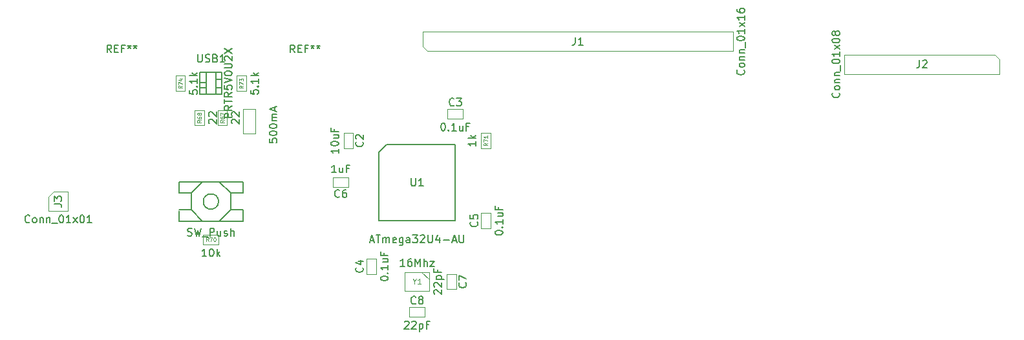
<source format=gbr>
G04 #@! TF.GenerationSoftware,KiCad,Pcbnew,(5.0.2)-1*
G04 #@! TF.CreationDate,2019-03-13T03:35:54-07:00*
G04 #@! TF.ProjectId,ssk-controller,73736b2d-636f-46e7-9472-6f6c6c65722e,rev?*
G04 #@! TF.SameCoordinates,Original*
G04 #@! TF.FileFunction,Other,Fab,Top*
%FSLAX46Y46*%
G04 Gerber Fmt 4.6, Leading zero omitted, Abs format (unit mm)*
G04 Created by KiCad (PCBNEW (5.0.2)-1) date 3/13/2019 3:35:54 AM*
%MOMM*%
%LPD*%
G01*
G04 APERTURE LIST*
%ADD10C,0.100000*%
%ADD11C,0.150000*%
%ADD12C,0.075000*%
%ADD13C,0.105000*%
G04 APERTURE END LIST*
D10*
G04 #@! TO.C,F1*
X119200000Y-66100000D02*
X119200000Y-62900000D01*
X119200000Y-62900000D02*
X120800000Y-62900000D01*
X120800000Y-62900000D02*
X120800000Y-66100000D01*
X120800000Y-66100000D02*
X119200000Y-66100000D01*
G04 #@! TO.C,J1*
X143365000Y-55270000D02*
X142730000Y-54635000D01*
X183370000Y-55270000D02*
X143365000Y-55270000D01*
X183370000Y-52730000D02*
X183370000Y-55270000D01*
X142730000Y-52730000D02*
X183370000Y-52730000D01*
X142730000Y-54635000D02*
X142730000Y-52730000D01*
G04 #@! TO.C,J2*
X217635000Y-55730000D02*
X218270000Y-56365000D01*
X197950000Y-55730000D02*
X217635000Y-55730000D01*
X197950000Y-58270000D02*
X197950000Y-55730000D01*
X218270000Y-58270000D02*
X197950000Y-58270000D01*
X218270000Y-56365000D02*
X218270000Y-58270000D01*
G04 #@! TO.C,R67*
X117120000Y-65000000D02*
X115880000Y-65000000D01*
X117120000Y-63000000D02*
X117120000Y-65000000D01*
X115880000Y-63000000D02*
X117120000Y-63000000D01*
X115880000Y-65000000D02*
X115880000Y-63000000D01*
G04 #@! TO.C,R68*
X112880000Y-65000000D02*
X112880000Y-63000000D01*
X112880000Y-63000000D02*
X114120000Y-63000000D01*
X114120000Y-63000000D02*
X114120000Y-65000000D01*
X114120000Y-65000000D02*
X112880000Y-65000000D01*
G04 #@! TO.C,R70*
X114000000Y-79380000D02*
X116000000Y-79380000D01*
X116000000Y-79380000D02*
X116000000Y-80620000D01*
X116000000Y-80620000D02*
X114000000Y-80620000D01*
X114000000Y-80620000D02*
X114000000Y-79380000D01*
G04 #@! TO.C,R71*
X150380000Y-66000000D02*
X151620000Y-66000000D01*
X150380000Y-68000000D02*
X150380000Y-66000000D01*
X151620000Y-68000000D02*
X150380000Y-68000000D01*
X151620000Y-66000000D02*
X151620000Y-68000000D01*
G04 #@! TO.C,R73*
X119620000Y-60500000D02*
X118380000Y-60500000D01*
X119620000Y-58500000D02*
X119620000Y-60500000D01*
X118380000Y-58500000D02*
X119620000Y-58500000D01*
X118380000Y-60500000D02*
X118380000Y-58500000D01*
G04 #@! TO.C,R74*
X110380000Y-60500000D02*
X110380000Y-58500000D01*
X110380000Y-58500000D02*
X111620000Y-58500000D01*
X111620000Y-58500000D02*
X111620000Y-60500000D01*
X111620000Y-60500000D02*
X110380000Y-60500000D01*
D11*
G04 #@! TO.C,SW1*
X117600000Y-73900000D02*
X116100000Y-72400000D01*
X112400000Y-73900000D02*
X113900000Y-72400000D01*
X112400000Y-76100000D02*
X113900000Y-77600000D01*
X117600000Y-76100000D02*
X116100000Y-77600000D01*
X116000000Y-75000000D02*
G75*
G03X116000000Y-75000000I-1000000J0D01*
G01*
X119200000Y-76100000D02*
X119200000Y-77600000D01*
X117600000Y-76100000D02*
X119200000Y-76100000D01*
X117600000Y-73900000D02*
X117600000Y-76100000D01*
X119200000Y-73900000D02*
X117600000Y-73900000D01*
X119200000Y-72400000D02*
X119200000Y-73900000D01*
X110800000Y-72400000D02*
X119200000Y-72400000D01*
X110800000Y-73900000D02*
X110800000Y-72400000D01*
X112400000Y-73900000D02*
X110800000Y-73900000D01*
X112400000Y-76100000D02*
X112400000Y-73900000D01*
X110800000Y-76100000D02*
X112400000Y-76100000D01*
X110800000Y-77600000D02*
X110800000Y-76200000D01*
X119200000Y-77600000D02*
X110800000Y-77600000D01*
G04 #@! TO.C,U2*
X116450000Y-60050000D02*
X115650000Y-60050000D01*
X115650000Y-58950000D02*
X116450000Y-58950000D01*
X113550000Y-60050000D02*
X114350000Y-60050000D01*
X114350000Y-59400000D02*
X113550000Y-59400000D01*
X114350000Y-60950000D02*
X114350000Y-58050000D01*
X115650000Y-58050000D02*
X115650000Y-60950000D01*
X113550000Y-58050000D02*
X116450000Y-58050000D01*
X113550000Y-60950000D02*
X113550000Y-58050000D01*
X116450000Y-60950000D02*
X113550000Y-60950000D01*
X116450000Y-58050000D02*
X116450000Y-60950000D01*
D10*
G04 #@! TO.C,Y1*
X143600000Y-85250000D02*
X142600000Y-84250000D01*
X140400000Y-86750000D02*
X143600000Y-86750000D01*
X140400000Y-84250000D02*
X140400000Y-86750000D01*
X143600000Y-84250000D02*
X140400000Y-84250000D01*
X143600000Y-86750000D02*
X143600000Y-84250000D01*
D11*
G04 #@! TO.C,U1*
X137000000Y-68500000D02*
X138000000Y-67500000D01*
X137000000Y-77500000D02*
X137000000Y-68500000D01*
X147000000Y-77500000D02*
X137000000Y-77500000D01*
X147000000Y-67500000D02*
X147000000Y-77500000D01*
X138000000Y-67500000D02*
X147000000Y-67500000D01*
D10*
G04 #@! TO.C,C2*
X133620000Y-66000000D02*
X133620000Y-68000000D01*
X133620000Y-68000000D02*
X132380000Y-68000000D01*
X132380000Y-68000000D02*
X132380000Y-66000000D01*
X132380000Y-66000000D02*
X133620000Y-66000000D01*
G04 #@! TO.C,C3*
X146000000Y-64120000D02*
X146000000Y-62880000D01*
X148000000Y-64120000D02*
X146000000Y-64120000D01*
X148000000Y-62880000D02*
X148000000Y-64120000D01*
X146000000Y-62880000D02*
X148000000Y-62880000D01*
G04 #@! TO.C,C4*
X135380000Y-84500000D02*
X135380000Y-82500000D01*
X135380000Y-82500000D02*
X136620000Y-82500000D01*
X136620000Y-82500000D02*
X136620000Y-84500000D01*
X136620000Y-84500000D02*
X135380000Y-84500000D01*
G04 #@! TO.C,C5*
X151620000Y-78500000D02*
X150380000Y-78500000D01*
X151620000Y-76500000D02*
X151620000Y-78500000D01*
X150380000Y-76500000D02*
X151620000Y-76500000D01*
X150380000Y-78500000D02*
X150380000Y-76500000D01*
G04 #@! TO.C,C6*
X133000000Y-73120000D02*
X131000000Y-73120000D01*
X131000000Y-73120000D02*
X131000000Y-71880000D01*
X131000000Y-71880000D02*
X133000000Y-71880000D01*
X133000000Y-71880000D02*
X133000000Y-73120000D01*
G04 #@! TO.C,C7*
X145880000Y-84500000D02*
X147120000Y-84500000D01*
X145880000Y-86500000D02*
X145880000Y-84500000D01*
X147120000Y-86500000D02*
X145880000Y-86500000D01*
X147120000Y-84500000D02*
X147120000Y-86500000D01*
G04 #@! TO.C,C8*
X141000000Y-88880000D02*
X143000000Y-88880000D01*
X143000000Y-88880000D02*
X143000000Y-90120000D01*
X143000000Y-90120000D02*
X141000000Y-90120000D01*
X141000000Y-90120000D02*
X141000000Y-88880000D01*
G04 #@! TO.C,J3*
X93730000Y-74365000D02*
X94365000Y-73730000D01*
X93730000Y-76270000D02*
X93730000Y-74365000D01*
X96270000Y-76270000D02*
X93730000Y-76270000D01*
X96270000Y-73730000D02*
X96270000Y-76270000D01*
X94365000Y-73730000D02*
X96270000Y-73730000D01*
G04 #@! TD*
G04 #@! TO.C,F1*
D11*
X122652380Y-66759523D02*
X122652380Y-67235714D01*
X123128571Y-67283333D01*
X123080952Y-67235714D01*
X123033333Y-67140476D01*
X123033333Y-66902380D01*
X123080952Y-66807142D01*
X123128571Y-66759523D01*
X123223809Y-66711904D01*
X123461904Y-66711904D01*
X123557142Y-66759523D01*
X123604761Y-66807142D01*
X123652380Y-66902380D01*
X123652380Y-67140476D01*
X123604761Y-67235714D01*
X123557142Y-67283333D01*
X122652380Y-66092857D02*
X122652380Y-65997619D01*
X122700000Y-65902380D01*
X122747619Y-65854761D01*
X122842857Y-65807142D01*
X123033333Y-65759523D01*
X123271428Y-65759523D01*
X123461904Y-65807142D01*
X123557142Y-65854761D01*
X123604761Y-65902380D01*
X123652380Y-65997619D01*
X123652380Y-66092857D01*
X123604761Y-66188095D01*
X123557142Y-66235714D01*
X123461904Y-66283333D01*
X123271428Y-66330952D01*
X123033333Y-66330952D01*
X122842857Y-66283333D01*
X122747619Y-66235714D01*
X122700000Y-66188095D01*
X122652380Y-66092857D01*
X122652380Y-65140476D02*
X122652380Y-65045238D01*
X122700000Y-64950000D01*
X122747619Y-64902380D01*
X122842857Y-64854761D01*
X123033333Y-64807142D01*
X123271428Y-64807142D01*
X123461904Y-64854761D01*
X123557142Y-64902380D01*
X123604761Y-64950000D01*
X123652380Y-65045238D01*
X123652380Y-65140476D01*
X123604761Y-65235714D01*
X123557142Y-65283333D01*
X123461904Y-65330952D01*
X123271428Y-65378571D01*
X123033333Y-65378571D01*
X122842857Y-65330952D01*
X122747619Y-65283333D01*
X122700000Y-65235714D01*
X122652380Y-65140476D01*
X123652380Y-64378571D02*
X122985714Y-64378571D01*
X123080952Y-64378571D02*
X123033333Y-64330952D01*
X122985714Y-64235714D01*
X122985714Y-64092857D01*
X123033333Y-63997619D01*
X123128571Y-63950000D01*
X123652380Y-63950000D01*
X123128571Y-63950000D02*
X123033333Y-63902380D01*
X122985714Y-63807142D01*
X122985714Y-63664285D01*
X123033333Y-63569047D01*
X123128571Y-63521428D01*
X123652380Y-63521428D01*
X123366666Y-63092857D02*
X123366666Y-62616666D01*
X123652380Y-63188095D02*
X122652380Y-62854761D01*
X123652380Y-62521428D01*
G04 #@! TO.C,J1*
X184787142Y-57738095D02*
X184834761Y-57785714D01*
X184882380Y-57928571D01*
X184882380Y-58023809D01*
X184834761Y-58166666D01*
X184739523Y-58261904D01*
X184644285Y-58309523D01*
X184453809Y-58357142D01*
X184310952Y-58357142D01*
X184120476Y-58309523D01*
X184025238Y-58261904D01*
X183930000Y-58166666D01*
X183882380Y-58023809D01*
X183882380Y-57928571D01*
X183930000Y-57785714D01*
X183977619Y-57738095D01*
X184882380Y-57166666D02*
X184834761Y-57261904D01*
X184787142Y-57309523D01*
X184691904Y-57357142D01*
X184406190Y-57357142D01*
X184310952Y-57309523D01*
X184263333Y-57261904D01*
X184215714Y-57166666D01*
X184215714Y-57023809D01*
X184263333Y-56928571D01*
X184310952Y-56880952D01*
X184406190Y-56833333D01*
X184691904Y-56833333D01*
X184787142Y-56880952D01*
X184834761Y-56928571D01*
X184882380Y-57023809D01*
X184882380Y-57166666D01*
X184215714Y-56404761D02*
X184882380Y-56404761D01*
X184310952Y-56404761D02*
X184263333Y-56357142D01*
X184215714Y-56261904D01*
X184215714Y-56119047D01*
X184263333Y-56023809D01*
X184358571Y-55976190D01*
X184882380Y-55976190D01*
X184215714Y-55500000D02*
X184882380Y-55500000D01*
X184310952Y-55500000D02*
X184263333Y-55452380D01*
X184215714Y-55357142D01*
X184215714Y-55214285D01*
X184263333Y-55119047D01*
X184358571Y-55071428D01*
X184882380Y-55071428D01*
X184977619Y-54833333D02*
X184977619Y-54071428D01*
X183882380Y-53642857D02*
X183882380Y-53547619D01*
X183930000Y-53452380D01*
X183977619Y-53404761D01*
X184072857Y-53357142D01*
X184263333Y-53309523D01*
X184501428Y-53309523D01*
X184691904Y-53357142D01*
X184787142Y-53404761D01*
X184834761Y-53452380D01*
X184882380Y-53547619D01*
X184882380Y-53642857D01*
X184834761Y-53738095D01*
X184787142Y-53785714D01*
X184691904Y-53833333D01*
X184501428Y-53880952D01*
X184263333Y-53880952D01*
X184072857Y-53833333D01*
X183977619Y-53785714D01*
X183930000Y-53738095D01*
X183882380Y-53642857D01*
X184882380Y-52357142D02*
X184882380Y-52928571D01*
X184882380Y-52642857D02*
X183882380Y-52642857D01*
X184025238Y-52738095D01*
X184120476Y-52833333D01*
X184168095Y-52928571D01*
X184882380Y-52023809D02*
X184215714Y-51500000D01*
X184215714Y-52023809D02*
X184882380Y-51500000D01*
X184882380Y-50595238D02*
X184882380Y-51166666D01*
X184882380Y-50880952D02*
X183882380Y-50880952D01*
X184025238Y-50976190D01*
X184120476Y-51071428D01*
X184168095Y-51166666D01*
X183882380Y-49738095D02*
X183882380Y-49928571D01*
X183930000Y-50023809D01*
X183977619Y-50071428D01*
X184120476Y-50166666D01*
X184310952Y-50214285D01*
X184691904Y-50214285D01*
X184787142Y-50166666D01*
X184834761Y-50119047D01*
X184882380Y-50023809D01*
X184882380Y-49833333D01*
X184834761Y-49738095D01*
X184787142Y-49690476D01*
X184691904Y-49642857D01*
X184453809Y-49642857D01*
X184358571Y-49690476D01*
X184310952Y-49738095D01*
X184263333Y-49833333D01*
X184263333Y-50023809D01*
X184310952Y-50119047D01*
X184358571Y-50166666D01*
X184453809Y-50214285D01*
X162716666Y-53452380D02*
X162716666Y-54166666D01*
X162669047Y-54309523D01*
X162573809Y-54404761D01*
X162430952Y-54452380D01*
X162335714Y-54452380D01*
X163716666Y-54452380D02*
X163145238Y-54452380D01*
X163430952Y-54452380D02*
X163430952Y-53452380D01*
X163335714Y-53595238D01*
X163240476Y-53690476D01*
X163145238Y-53738095D01*
G04 #@! TO.C,J2*
X197247142Y-60738095D02*
X197294761Y-60785714D01*
X197342380Y-60928571D01*
X197342380Y-61023809D01*
X197294761Y-61166666D01*
X197199523Y-61261904D01*
X197104285Y-61309523D01*
X196913809Y-61357142D01*
X196770952Y-61357142D01*
X196580476Y-61309523D01*
X196485238Y-61261904D01*
X196390000Y-61166666D01*
X196342380Y-61023809D01*
X196342380Y-60928571D01*
X196390000Y-60785714D01*
X196437619Y-60738095D01*
X197342380Y-60166666D02*
X197294761Y-60261904D01*
X197247142Y-60309523D01*
X197151904Y-60357142D01*
X196866190Y-60357142D01*
X196770952Y-60309523D01*
X196723333Y-60261904D01*
X196675714Y-60166666D01*
X196675714Y-60023809D01*
X196723333Y-59928571D01*
X196770952Y-59880952D01*
X196866190Y-59833333D01*
X197151904Y-59833333D01*
X197247142Y-59880952D01*
X197294761Y-59928571D01*
X197342380Y-60023809D01*
X197342380Y-60166666D01*
X196675714Y-59404761D02*
X197342380Y-59404761D01*
X196770952Y-59404761D02*
X196723333Y-59357142D01*
X196675714Y-59261904D01*
X196675714Y-59119047D01*
X196723333Y-59023809D01*
X196818571Y-58976190D01*
X197342380Y-58976190D01*
X196675714Y-58500000D02*
X197342380Y-58500000D01*
X196770952Y-58500000D02*
X196723333Y-58452380D01*
X196675714Y-58357142D01*
X196675714Y-58214285D01*
X196723333Y-58119047D01*
X196818571Y-58071428D01*
X197342380Y-58071428D01*
X197437619Y-57833333D02*
X197437619Y-57071428D01*
X196342380Y-56642857D02*
X196342380Y-56547619D01*
X196390000Y-56452380D01*
X196437619Y-56404761D01*
X196532857Y-56357142D01*
X196723333Y-56309523D01*
X196961428Y-56309523D01*
X197151904Y-56357142D01*
X197247142Y-56404761D01*
X197294761Y-56452380D01*
X197342380Y-56547619D01*
X197342380Y-56642857D01*
X197294761Y-56738095D01*
X197247142Y-56785714D01*
X197151904Y-56833333D01*
X196961428Y-56880952D01*
X196723333Y-56880952D01*
X196532857Y-56833333D01*
X196437619Y-56785714D01*
X196390000Y-56738095D01*
X196342380Y-56642857D01*
X197342380Y-55357142D02*
X197342380Y-55928571D01*
X197342380Y-55642857D02*
X196342380Y-55642857D01*
X196485238Y-55738095D01*
X196580476Y-55833333D01*
X196628095Y-55928571D01*
X197342380Y-55023809D02*
X196675714Y-54500000D01*
X196675714Y-55023809D02*
X197342380Y-54500000D01*
X196342380Y-53928571D02*
X196342380Y-53833333D01*
X196390000Y-53738095D01*
X196437619Y-53690476D01*
X196532857Y-53642857D01*
X196723333Y-53595238D01*
X196961428Y-53595238D01*
X197151904Y-53642857D01*
X197247142Y-53690476D01*
X197294761Y-53738095D01*
X197342380Y-53833333D01*
X197342380Y-53928571D01*
X197294761Y-54023809D01*
X197247142Y-54071428D01*
X197151904Y-54119047D01*
X196961428Y-54166666D01*
X196723333Y-54166666D01*
X196532857Y-54119047D01*
X196437619Y-54071428D01*
X196390000Y-54023809D01*
X196342380Y-53928571D01*
X196770952Y-53023809D02*
X196723333Y-53119047D01*
X196675714Y-53166666D01*
X196580476Y-53214285D01*
X196532857Y-53214285D01*
X196437619Y-53166666D01*
X196390000Y-53119047D01*
X196342380Y-53023809D01*
X196342380Y-52833333D01*
X196390000Y-52738095D01*
X196437619Y-52690476D01*
X196532857Y-52642857D01*
X196580476Y-52642857D01*
X196675714Y-52690476D01*
X196723333Y-52738095D01*
X196770952Y-52833333D01*
X196770952Y-53023809D01*
X196818571Y-53119047D01*
X196866190Y-53166666D01*
X196961428Y-53214285D01*
X197151904Y-53214285D01*
X197247142Y-53166666D01*
X197294761Y-53119047D01*
X197342380Y-53023809D01*
X197342380Y-52833333D01*
X197294761Y-52738095D01*
X197247142Y-52690476D01*
X197151904Y-52642857D01*
X196961428Y-52642857D01*
X196866190Y-52690476D01*
X196818571Y-52738095D01*
X196770952Y-52833333D01*
X207776666Y-56452380D02*
X207776666Y-57166666D01*
X207729047Y-57309523D01*
X207633809Y-57404761D01*
X207490952Y-57452380D01*
X207395714Y-57452380D01*
X208205238Y-56547619D02*
X208252857Y-56500000D01*
X208348095Y-56452380D01*
X208586190Y-56452380D01*
X208681428Y-56500000D01*
X208729047Y-56547619D01*
X208776666Y-56642857D01*
X208776666Y-56738095D01*
X208729047Y-56880952D01*
X208157619Y-57452380D01*
X208776666Y-57452380D01*
G04 #@! TO.C,R67*
X117797619Y-64761904D02*
X117750000Y-64714285D01*
X117702380Y-64619047D01*
X117702380Y-64380952D01*
X117750000Y-64285714D01*
X117797619Y-64238095D01*
X117892857Y-64190476D01*
X117988095Y-64190476D01*
X118130952Y-64238095D01*
X118702380Y-64809523D01*
X118702380Y-64190476D01*
X117797619Y-63809523D02*
X117750000Y-63761904D01*
X117702380Y-63666666D01*
X117702380Y-63428571D01*
X117750000Y-63333333D01*
X117797619Y-63285714D01*
X117892857Y-63238095D01*
X117988095Y-63238095D01*
X118130952Y-63285714D01*
X118702380Y-63857142D01*
X118702380Y-63238095D01*
D12*
X116726190Y-64321428D02*
X116488095Y-64488095D01*
X116726190Y-64607142D02*
X116226190Y-64607142D01*
X116226190Y-64416666D01*
X116250000Y-64369047D01*
X116273809Y-64345238D01*
X116321428Y-64321428D01*
X116392857Y-64321428D01*
X116440476Y-64345238D01*
X116464285Y-64369047D01*
X116488095Y-64416666D01*
X116488095Y-64607142D01*
X116226190Y-63892857D02*
X116226190Y-63988095D01*
X116250000Y-64035714D01*
X116273809Y-64059523D01*
X116345238Y-64107142D01*
X116440476Y-64130952D01*
X116630952Y-64130952D01*
X116678571Y-64107142D01*
X116702380Y-64083333D01*
X116726190Y-64035714D01*
X116726190Y-63940476D01*
X116702380Y-63892857D01*
X116678571Y-63869047D01*
X116630952Y-63845238D01*
X116511904Y-63845238D01*
X116464285Y-63869047D01*
X116440476Y-63892857D01*
X116416666Y-63940476D01*
X116416666Y-64035714D01*
X116440476Y-64083333D01*
X116464285Y-64107142D01*
X116511904Y-64130952D01*
X116226190Y-63678571D02*
X116226190Y-63345238D01*
X116726190Y-63559523D01*
G04 #@! TO.C,R68*
D11*
X114797619Y-64761904D02*
X114750000Y-64714285D01*
X114702380Y-64619047D01*
X114702380Y-64380952D01*
X114750000Y-64285714D01*
X114797619Y-64238095D01*
X114892857Y-64190476D01*
X114988095Y-64190476D01*
X115130952Y-64238095D01*
X115702380Y-64809523D01*
X115702380Y-64190476D01*
X114797619Y-63809523D02*
X114750000Y-63761904D01*
X114702380Y-63666666D01*
X114702380Y-63428571D01*
X114750000Y-63333333D01*
X114797619Y-63285714D01*
X114892857Y-63238095D01*
X114988095Y-63238095D01*
X115130952Y-63285714D01*
X115702380Y-63857142D01*
X115702380Y-63238095D01*
D12*
X113726190Y-64321428D02*
X113488095Y-64488095D01*
X113726190Y-64607142D02*
X113226190Y-64607142D01*
X113226190Y-64416666D01*
X113250000Y-64369047D01*
X113273809Y-64345238D01*
X113321428Y-64321428D01*
X113392857Y-64321428D01*
X113440476Y-64345238D01*
X113464285Y-64369047D01*
X113488095Y-64416666D01*
X113488095Y-64607142D01*
X113226190Y-63892857D02*
X113226190Y-63988095D01*
X113250000Y-64035714D01*
X113273809Y-64059523D01*
X113345238Y-64107142D01*
X113440476Y-64130952D01*
X113630952Y-64130952D01*
X113678571Y-64107142D01*
X113702380Y-64083333D01*
X113726190Y-64035714D01*
X113726190Y-63940476D01*
X113702380Y-63892857D01*
X113678571Y-63869047D01*
X113630952Y-63845238D01*
X113511904Y-63845238D01*
X113464285Y-63869047D01*
X113440476Y-63892857D01*
X113416666Y-63940476D01*
X113416666Y-64035714D01*
X113440476Y-64083333D01*
X113464285Y-64107142D01*
X113511904Y-64130952D01*
X113440476Y-63559523D02*
X113416666Y-63607142D01*
X113392857Y-63630952D01*
X113345238Y-63654761D01*
X113321428Y-63654761D01*
X113273809Y-63630952D01*
X113250000Y-63607142D01*
X113226190Y-63559523D01*
X113226190Y-63464285D01*
X113250000Y-63416666D01*
X113273809Y-63392857D01*
X113321428Y-63369047D01*
X113345238Y-63369047D01*
X113392857Y-63392857D01*
X113416666Y-63416666D01*
X113440476Y-63464285D01*
X113440476Y-63559523D01*
X113464285Y-63607142D01*
X113488095Y-63630952D01*
X113535714Y-63654761D01*
X113630952Y-63654761D01*
X113678571Y-63630952D01*
X113702380Y-63607142D01*
X113726190Y-63559523D01*
X113726190Y-63464285D01*
X113702380Y-63416666D01*
X113678571Y-63392857D01*
X113630952Y-63369047D01*
X113535714Y-63369047D01*
X113488095Y-63392857D01*
X113464285Y-63416666D01*
X113440476Y-63464285D01*
G04 #@! TO.C,R70*
D11*
X114404761Y-82202380D02*
X113833333Y-82202380D01*
X114119047Y-82202380D02*
X114119047Y-81202380D01*
X114023809Y-81345238D01*
X113928571Y-81440476D01*
X113833333Y-81488095D01*
X115023809Y-81202380D02*
X115119047Y-81202380D01*
X115214285Y-81250000D01*
X115261904Y-81297619D01*
X115309523Y-81392857D01*
X115357142Y-81583333D01*
X115357142Y-81821428D01*
X115309523Y-82011904D01*
X115261904Y-82107142D01*
X115214285Y-82154761D01*
X115119047Y-82202380D01*
X115023809Y-82202380D01*
X114928571Y-82154761D01*
X114880952Y-82107142D01*
X114833333Y-82011904D01*
X114785714Y-81821428D01*
X114785714Y-81583333D01*
X114833333Y-81392857D01*
X114880952Y-81297619D01*
X114928571Y-81250000D01*
X115023809Y-81202380D01*
X115785714Y-82202380D02*
X115785714Y-81202380D01*
X115880952Y-81821428D02*
X116166666Y-82202380D01*
X116166666Y-81535714D02*
X115785714Y-81916666D01*
D12*
X114678571Y-80226190D02*
X114511904Y-79988095D01*
X114392857Y-80226190D02*
X114392857Y-79726190D01*
X114583333Y-79726190D01*
X114630952Y-79750000D01*
X114654761Y-79773809D01*
X114678571Y-79821428D01*
X114678571Y-79892857D01*
X114654761Y-79940476D01*
X114630952Y-79964285D01*
X114583333Y-79988095D01*
X114392857Y-79988095D01*
X114845238Y-79726190D02*
X115178571Y-79726190D01*
X114964285Y-80226190D01*
X115464285Y-79726190D02*
X115511904Y-79726190D01*
X115559523Y-79750000D01*
X115583333Y-79773809D01*
X115607142Y-79821428D01*
X115630952Y-79916666D01*
X115630952Y-80035714D01*
X115607142Y-80130952D01*
X115583333Y-80178571D01*
X115559523Y-80202380D01*
X115511904Y-80226190D01*
X115464285Y-80226190D01*
X115416666Y-80202380D01*
X115392857Y-80178571D01*
X115369047Y-80130952D01*
X115345238Y-80035714D01*
X115345238Y-79916666D01*
X115369047Y-79821428D01*
X115392857Y-79773809D01*
X115416666Y-79750000D01*
X115464285Y-79726190D01*
G04 #@! TO.C,R71*
D11*
X149702380Y-67119047D02*
X149702380Y-67690476D01*
X149702380Y-67404761D02*
X148702380Y-67404761D01*
X148845238Y-67500000D01*
X148940476Y-67595238D01*
X148988095Y-67690476D01*
X149702380Y-66690476D02*
X148702380Y-66690476D01*
X149321428Y-66595238D02*
X149702380Y-66309523D01*
X149035714Y-66309523D02*
X149416666Y-66690476D01*
D12*
X151226190Y-67321428D02*
X150988095Y-67488095D01*
X151226190Y-67607142D02*
X150726190Y-67607142D01*
X150726190Y-67416666D01*
X150750000Y-67369047D01*
X150773809Y-67345238D01*
X150821428Y-67321428D01*
X150892857Y-67321428D01*
X150940476Y-67345238D01*
X150964285Y-67369047D01*
X150988095Y-67416666D01*
X150988095Y-67607142D01*
X150726190Y-67154761D02*
X150726190Y-66821428D01*
X151226190Y-67035714D01*
X151226190Y-66369047D02*
X151226190Y-66654761D01*
X151226190Y-66511904D02*
X150726190Y-66511904D01*
X150797619Y-66559523D01*
X150845238Y-66607142D01*
X150869047Y-66654761D01*
G04 #@! TO.C,R73*
D11*
X120202380Y-60380952D02*
X120202380Y-60857142D01*
X120678571Y-60904761D01*
X120630952Y-60857142D01*
X120583333Y-60761904D01*
X120583333Y-60523809D01*
X120630952Y-60428571D01*
X120678571Y-60380952D01*
X120773809Y-60333333D01*
X121011904Y-60333333D01*
X121107142Y-60380952D01*
X121154761Y-60428571D01*
X121202380Y-60523809D01*
X121202380Y-60761904D01*
X121154761Y-60857142D01*
X121107142Y-60904761D01*
X121107142Y-59904761D02*
X121154761Y-59857142D01*
X121202380Y-59904761D01*
X121154761Y-59952380D01*
X121107142Y-59904761D01*
X121202380Y-59904761D01*
X121202380Y-58904761D02*
X121202380Y-59476190D01*
X121202380Y-59190476D02*
X120202380Y-59190476D01*
X120345238Y-59285714D01*
X120440476Y-59380952D01*
X120488095Y-59476190D01*
X121202380Y-58476190D02*
X120202380Y-58476190D01*
X120821428Y-58380952D02*
X121202380Y-58095238D01*
X120535714Y-58095238D02*
X120916666Y-58476190D01*
D12*
X119226190Y-59821428D02*
X118988095Y-59988095D01*
X119226190Y-60107142D02*
X118726190Y-60107142D01*
X118726190Y-59916666D01*
X118750000Y-59869047D01*
X118773809Y-59845238D01*
X118821428Y-59821428D01*
X118892857Y-59821428D01*
X118940476Y-59845238D01*
X118964285Y-59869047D01*
X118988095Y-59916666D01*
X118988095Y-60107142D01*
X118726190Y-59654761D02*
X118726190Y-59321428D01*
X119226190Y-59535714D01*
X118726190Y-59178571D02*
X118726190Y-58869047D01*
X118916666Y-59035714D01*
X118916666Y-58964285D01*
X118940476Y-58916666D01*
X118964285Y-58892857D01*
X119011904Y-58869047D01*
X119130952Y-58869047D01*
X119178571Y-58892857D01*
X119202380Y-58916666D01*
X119226190Y-58964285D01*
X119226190Y-59107142D01*
X119202380Y-59154761D01*
X119178571Y-59178571D01*
G04 #@! TO.C,R74*
D11*
X112202380Y-60380952D02*
X112202380Y-60857142D01*
X112678571Y-60904761D01*
X112630952Y-60857142D01*
X112583333Y-60761904D01*
X112583333Y-60523809D01*
X112630952Y-60428571D01*
X112678571Y-60380952D01*
X112773809Y-60333333D01*
X113011904Y-60333333D01*
X113107142Y-60380952D01*
X113154761Y-60428571D01*
X113202380Y-60523809D01*
X113202380Y-60761904D01*
X113154761Y-60857142D01*
X113107142Y-60904761D01*
X113107142Y-59904761D02*
X113154761Y-59857142D01*
X113202380Y-59904761D01*
X113154761Y-59952380D01*
X113107142Y-59904761D01*
X113202380Y-59904761D01*
X113202380Y-58904761D02*
X113202380Y-59476190D01*
X113202380Y-59190476D02*
X112202380Y-59190476D01*
X112345238Y-59285714D01*
X112440476Y-59380952D01*
X112488095Y-59476190D01*
X113202380Y-58476190D02*
X112202380Y-58476190D01*
X112821428Y-58380952D02*
X113202380Y-58095238D01*
X112535714Y-58095238D02*
X112916666Y-58476190D01*
D12*
X111226190Y-59821428D02*
X110988095Y-59988095D01*
X111226190Y-60107142D02*
X110726190Y-60107142D01*
X110726190Y-59916666D01*
X110750000Y-59869047D01*
X110773809Y-59845238D01*
X110821428Y-59821428D01*
X110892857Y-59821428D01*
X110940476Y-59845238D01*
X110964285Y-59869047D01*
X110988095Y-59916666D01*
X110988095Y-60107142D01*
X110726190Y-59654761D02*
X110726190Y-59321428D01*
X111226190Y-59535714D01*
X110892857Y-58916666D02*
X111226190Y-58916666D01*
X110702380Y-59035714D02*
X111059523Y-59154761D01*
X111059523Y-58845238D01*
G04 #@! TO.C,SW1*
D11*
X111952380Y-79468761D02*
X112095238Y-79516380D01*
X112333333Y-79516380D01*
X112428571Y-79468761D01*
X112476190Y-79421142D01*
X112523809Y-79325904D01*
X112523809Y-79230666D01*
X112476190Y-79135428D01*
X112428571Y-79087809D01*
X112333333Y-79040190D01*
X112142857Y-78992571D01*
X112047619Y-78944952D01*
X112000000Y-78897333D01*
X111952380Y-78802095D01*
X111952380Y-78706857D01*
X112000000Y-78611619D01*
X112047619Y-78564000D01*
X112142857Y-78516380D01*
X112380952Y-78516380D01*
X112523809Y-78564000D01*
X112857142Y-78516380D02*
X113095238Y-79516380D01*
X113285714Y-78802095D01*
X113476190Y-79516380D01*
X113714285Y-78516380D01*
X113857142Y-79611619D02*
X114619047Y-79611619D01*
X114857142Y-79516380D02*
X114857142Y-78516380D01*
X115238095Y-78516380D01*
X115333333Y-78564000D01*
X115380952Y-78611619D01*
X115428571Y-78706857D01*
X115428571Y-78849714D01*
X115380952Y-78944952D01*
X115333333Y-78992571D01*
X115238095Y-79040190D01*
X114857142Y-79040190D01*
X116285714Y-78849714D02*
X116285714Y-79516380D01*
X115857142Y-78849714D02*
X115857142Y-79373523D01*
X115904761Y-79468761D01*
X116000000Y-79516380D01*
X116142857Y-79516380D01*
X116238095Y-79468761D01*
X116285714Y-79421142D01*
X116714285Y-79468761D02*
X116809523Y-79516380D01*
X117000000Y-79516380D01*
X117095238Y-79468761D01*
X117142857Y-79373523D01*
X117142857Y-79325904D01*
X117095238Y-79230666D01*
X117000000Y-79183047D01*
X116857142Y-79183047D01*
X116761904Y-79135428D01*
X116714285Y-79040190D01*
X116714285Y-78992571D01*
X116761904Y-78897333D01*
X116857142Y-78849714D01*
X117000000Y-78849714D01*
X117095238Y-78897333D01*
X117571428Y-79516380D02*
X117571428Y-78516380D01*
X118000000Y-79516380D02*
X118000000Y-78992571D01*
X117952380Y-78897333D01*
X117857142Y-78849714D01*
X117714285Y-78849714D01*
X117619047Y-78897333D01*
X117571428Y-78944952D01*
G04 #@! TO.C,U2*
X117752380Y-64000000D02*
X116752380Y-64000000D01*
X116752380Y-63619047D01*
X116800000Y-63523809D01*
X116847619Y-63476190D01*
X116942857Y-63428571D01*
X117085714Y-63428571D01*
X117180952Y-63476190D01*
X117228571Y-63523809D01*
X117276190Y-63619047D01*
X117276190Y-64000000D01*
X117752380Y-62428571D02*
X117276190Y-62761904D01*
X117752380Y-63000000D02*
X116752380Y-63000000D01*
X116752380Y-62619047D01*
X116800000Y-62523809D01*
X116847619Y-62476190D01*
X116942857Y-62428571D01*
X117085714Y-62428571D01*
X117180952Y-62476190D01*
X117228571Y-62523809D01*
X117276190Y-62619047D01*
X117276190Y-63000000D01*
X116752380Y-62142857D02*
X116752380Y-61571428D01*
X117752380Y-61857142D02*
X116752380Y-61857142D01*
X117752380Y-60666666D02*
X117276190Y-61000000D01*
X117752380Y-61238095D02*
X116752380Y-61238095D01*
X116752380Y-60857142D01*
X116800000Y-60761904D01*
X116847619Y-60714285D01*
X116942857Y-60666666D01*
X117085714Y-60666666D01*
X117180952Y-60714285D01*
X117228571Y-60761904D01*
X117276190Y-60857142D01*
X117276190Y-61238095D01*
X116752380Y-59761904D02*
X116752380Y-60238095D01*
X117228571Y-60285714D01*
X117180952Y-60238095D01*
X117133333Y-60142857D01*
X117133333Y-59904761D01*
X117180952Y-59809523D01*
X117228571Y-59761904D01*
X117323809Y-59714285D01*
X117561904Y-59714285D01*
X117657142Y-59761904D01*
X117704761Y-59809523D01*
X117752380Y-59904761D01*
X117752380Y-60142857D01*
X117704761Y-60238095D01*
X117657142Y-60285714D01*
X116752380Y-59428571D02*
X117752380Y-59095238D01*
X116752380Y-58761904D01*
X116752380Y-58238095D02*
X116752380Y-58142857D01*
X116800000Y-58047619D01*
X116847619Y-58000000D01*
X116942857Y-57952380D01*
X117133333Y-57904761D01*
X117371428Y-57904761D01*
X117561904Y-57952380D01*
X117657142Y-58000000D01*
X117704761Y-58047619D01*
X117752380Y-58142857D01*
X117752380Y-58238095D01*
X117704761Y-58333333D01*
X117657142Y-58380952D01*
X117561904Y-58428571D01*
X117371428Y-58476190D01*
X117133333Y-58476190D01*
X116942857Y-58428571D01*
X116847619Y-58380952D01*
X116800000Y-58333333D01*
X116752380Y-58238095D01*
X116752380Y-57476190D02*
X117561904Y-57476190D01*
X117657142Y-57428571D01*
X117704761Y-57380952D01*
X117752380Y-57285714D01*
X117752380Y-57095238D01*
X117704761Y-57000000D01*
X117657142Y-56952380D01*
X117561904Y-56904761D01*
X116752380Y-56904761D01*
X116847619Y-56476190D02*
X116800000Y-56428571D01*
X116752380Y-56333333D01*
X116752380Y-56095238D01*
X116800000Y-56000000D01*
X116847619Y-55952380D01*
X116942857Y-55904761D01*
X117038095Y-55904761D01*
X117180952Y-55952380D01*
X117752380Y-56523809D01*
X117752380Y-55904761D01*
X116752380Y-55571428D02*
X117752380Y-54904761D01*
X116752380Y-54904761D02*
X117752380Y-55571428D01*
G04 #@! TO.C,USB1*
X113261904Y-55702380D02*
X113261904Y-56511904D01*
X113309523Y-56607142D01*
X113357142Y-56654761D01*
X113452380Y-56702380D01*
X113642857Y-56702380D01*
X113738095Y-56654761D01*
X113785714Y-56607142D01*
X113833333Y-56511904D01*
X113833333Y-55702380D01*
X114261904Y-56654761D02*
X114404761Y-56702380D01*
X114642857Y-56702380D01*
X114738095Y-56654761D01*
X114785714Y-56607142D01*
X114833333Y-56511904D01*
X114833333Y-56416666D01*
X114785714Y-56321428D01*
X114738095Y-56273809D01*
X114642857Y-56226190D01*
X114452380Y-56178571D01*
X114357142Y-56130952D01*
X114309523Y-56083333D01*
X114261904Y-55988095D01*
X114261904Y-55892857D01*
X114309523Y-55797619D01*
X114357142Y-55750000D01*
X114452380Y-55702380D01*
X114690476Y-55702380D01*
X114833333Y-55750000D01*
X115595238Y-56178571D02*
X115738095Y-56226190D01*
X115785714Y-56273809D01*
X115833333Y-56369047D01*
X115833333Y-56511904D01*
X115785714Y-56607142D01*
X115738095Y-56654761D01*
X115642857Y-56702380D01*
X115261904Y-56702380D01*
X115261904Y-55702380D01*
X115595238Y-55702380D01*
X115690476Y-55750000D01*
X115738095Y-55797619D01*
X115785714Y-55892857D01*
X115785714Y-55988095D01*
X115738095Y-56083333D01*
X115690476Y-56130952D01*
X115595238Y-56178571D01*
X115261904Y-56178571D01*
X116785714Y-56702380D02*
X116214285Y-56702380D01*
X116500000Y-56702380D02*
X116500000Y-55702380D01*
X116404761Y-55845238D01*
X116309523Y-55940476D01*
X116214285Y-55988095D01*
G04 #@! TO.C,Y1*
X140380952Y-83502380D02*
X139809523Y-83502380D01*
X140095238Y-83502380D02*
X140095238Y-82502380D01*
X140000000Y-82645238D01*
X139904761Y-82740476D01*
X139809523Y-82788095D01*
X141238095Y-82502380D02*
X141047619Y-82502380D01*
X140952380Y-82550000D01*
X140904761Y-82597619D01*
X140809523Y-82740476D01*
X140761904Y-82930952D01*
X140761904Y-83311904D01*
X140809523Y-83407142D01*
X140857142Y-83454761D01*
X140952380Y-83502380D01*
X141142857Y-83502380D01*
X141238095Y-83454761D01*
X141285714Y-83407142D01*
X141333333Y-83311904D01*
X141333333Y-83073809D01*
X141285714Y-82978571D01*
X141238095Y-82930952D01*
X141142857Y-82883333D01*
X140952380Y-82883333D01*
X140857142Y-82930952D01*
X140809523Y-82978571D01*
X140761904Y-83073809D01*
X141761904Y-83502380D02*
X141761904Y-82502380D01*
X142095238Y-83216666D01*
X142428571Y-82502380D01*
X142428571Y-83502380D01*
X142904761Y-83502380D02*
X142904761Y-82502380D01*
X143333333Y-83502380D02*
X143333333Y-82978571D01*
X143285714Y-82883333D01*
X143190476Y-82835714D01*
X143047619Y-82835714D01*
X142952380Y-82883333D01*
X142904761Y-82930952D01*
X143714285Y-82835714D02*
X144238095Y-82835714D01*
X143714285Y-83502380D01*
X144238095Y-83502380D01*
D13*
X141666666Y-85483333D02*
X141666666Y-85816666D01*
X141433333Y-85116666D02*
X141666666Y-85483333D01*
X141900000Y-85116666D01*
X142500000Y-85816666D02*
X142100000Y-85816666D01*
X142300000Y-85816666D02*
X142300000Y-85116666D01*
X142233333Y-85216666D01*
X142166666Y-85283333D01*
X142100000Y-85316666D01*
G04 #@! TO.C,U1*
D11*
X135857142Y-80116666D02*
X136333333Y-80116666D01*
X135761904Y-80402380D02*
X136095238Y-79402380D01*
X136428571Y-80402380D01*
X136619047Y-79402380D02*
X137190476Y-79402380D01*
X136904761Y-80402380D02*
X136904761Y-79402380D01*
X137523809Y-80402380D02*
X137523809Y-79735714D01*
X137523809Y-79830952D02*
X137571428Y-79783333D01*
X137666666Y-79735714D01*
X137809523Y-79735714D01*
X137904761Y-79783333D01*
X137952380Y-79878571D01*
X137952380Y-80402380D01*
X137952380Y-79878571D02*
X138000000Y-79783333D01*
X138095238Y-79735714D01*
X138238095Y-79735714D01*
X138333333Y-79783333D01*
X138380952Y-79878571D01*
X138380952Y-80402380D01*
X139238095Y-80354761D02*
X139142857Y-80402380D01*
X138952380Y-80402380D01*
X138857142Y-80354761D01*
X138809523Y-80259523D01*
X138809523Y-79878571D01*
X138857142Y-79783333D01*
X138952380Y-79735714D01*
X139142857Y-79735714D01*
X139238095Y-79783333D01*
X139285714Y-79878571D01*
X139285714Y-79973809D01*
X138809523Y-80069047D01*
X140142857Y-79735714D02*
X140142857Y-80545238D01*
X140095238Y-80640476D01*
X140047619Y-80688095D01*
X139952380Y-80735714D01*
X139809523Y-80735714D01*
X139714285Y-80688095D01*
X140142857Y-80354761D02*
X140047619Y-80402380D01*
X139857142Y-80402380D01*
X139761904Y-80354761D01*
X139714285Y-80307142D01*
X139666666Y-80211904D01*
X139666666Y-79926190D01*
X139714285Y-79830952D01*
X139761904Y-79783333D01*
X139857142Y-79735714D01*
X140047619Y-79735714D01*
X140142857Y-79783333D01*
X141047619Y-80402380D02*
X141047619Y-79878571D01*
X141000000Y-79783333D01*
X140904761Y-79735714D01*
X140714285Y-79735714D01*
X140619047Y-79783333D01*
X141047619Y-80354761D02*
X140952380Y-80402380D01*
X140714285Y-80402380D01*
X140619047Y-80354761D01*
X140571428Y-80259523D01*
X140571428Y-80164285D01*
X140619047Y-80069047D01*
X140714285Y-80021428D01*
X140952380Y-80021428D01*
X141047619Y-79973809D01*
X141428571Y-79402380D02*
X142047619Y-79402380D01*
X141714285Y-79783333D01*
X141857142Y-79783333D01*
X141952380Y-79830952D01*
X142000000Y-79878571D01*
X142047619Y-79973809D01*
X142047619Y-80211904D01*
X142000000Y-80307142D01*
X141952380Y-80354761D01*
X141857142Y-80402380D01*
X141571428Y-80402380D01*
X141476190Y-80354761D01*
X141428571Y-80307142D01*
X142428571Y-79497619D02*
X142476190Y-79450000D01*
X142571428Y-79402380D01*
X142809523Y-79402380D01*
X142904761Y-79450000D01*
X142952380Y-79497619D01*
X143000000Y-79592857D01*
X143000000Y-79688095D01*
X142952380Y-79830952D01*
X142380952Y-80402380D01*
X143000000Y-80402380D01*
X143428571Y-79402380D02*
X143428571Y-80211904D01*
X143476190Y-80307142D01*
X143523809Y-80354761D01*
X143619047Y-80402380D01*
X143809523Y-80402380D01*
X143904761Y-80354761D01*
X143952380Y-80307142D01*
X144000000Y-80211904D01*
X144000000Y-79402380D01*
X144904761Y-79735714D02*
X144904761Y-80402380D01*
X144666666Y-79354761D02*
X144428571Y-80069047D01*
X145047619Y-80069047D01*
X145428571Y-80021428D02*
X146190476Y-80021428D01*
X146619047Y-80116666D02*
X147095238Y-80116666D01*
X146523809Y-80402380D02*
X146857142Y-79402380D01*
X147190476Y-80402380D01*
X147523809Y-79402380D02*
X147523809Y-80211904D01*
X147571428Y-80307142D01*
X147619047Y-80354761D01*
X147714285Y-80402380D01*
X147904761Y-80402380D01*
X148000000Y-80354761D01*
X148047619Y-80307142D01*
X148095238Y-80211904D01*
X148095238Y-79402380D01*
X141238095Y-71952380D02*
X141238095Y-72761904D01*
X141285714Y-72857142D01*
X141333333Y-72904761D01*
X141428571Y-72952380D01*
X141619047Y-72952380D01*
X141714285Y-72904761D01*
X141761904Y-72857142D01*
X141809523Y-72761904D01*
X141809523Y-71952380D01*
X142809523Y-72952380D02*
X142238095Y-72952380D01*
X142523809Y-72952380D02*
X142523809Y-71952380D01*
X142428571Y-72095238D01*
X142333333Y-72190476D01*
X142238095Y-72238095D01*
G04 #@! TO.C,REF\002A\002A*
X125966666Y-55452380D02*
X125633333Y-54976190D01*
X125395238Y-55452380D02*
X125395238Y-54452380D01*
X125776190Y-54452380D01*
X125871428Y-54500000D01*
X125919047Y-54547619D01*
X125966666Y-54642857D01*
X125966666Y-54785714D01*
X125919047Y-54880952D01*
X125871428Y-54928571D01*
X125776190Y-54976190D01*
X125395238Y-54976190D01*
X126395238Y-54928571D02*
X126728571Y-54928571D01*
X126871428Y-55452380D02*
X126395238Y-55452380D01*
X126395238Y-54452380D01*
X126871428Y-54452380D01*
X127633333Y-54928571D02*
X127300000Y-54928571D01*
X127300000Y-55452380D02*
X127300000Y-54452380D01*
X127776190Y-54452380D01*
X128300000Y-54452380D02*
X128300000Y-54690476D01*
X128061904Y-54595238D02*
X128300000Y-54690476D01*
X128538095Y-54595238D01*
X128157142Y-54880952D02*
X128300000Y-54690476D01*
X128442857Y-54880952D01*
X129061904Y-54452380D02*
X129061904Y-54690476D01*
X128823809Y-54595238D02*
X129061904Y-54690476D01*
X129300000Y-54595238D01*
X128919047Y-54880952D02*
X129061904Y-54690476D01*
X129204761Y-54880952D01*
X101966666Y-55452380D02*
X101633333Y-54976190D01*
X101395238Y-55452380D02*
X101395238Y-54452380D01*
X101776190Y-54452380D01*
X101871428Y-54500000D01*
X101919047Y-54547619D01*
X101966666Y-54642857D01*
X101966666Y-54785714D01*
X101919047Y-54880952D01*
X101871428Y-54928571D01*
X101776190Y-54976190D01*
X101395238Y-54976190D01*
X102395238Y-54928571D02*
X102728571Y-54928571D01*
X102871428Y-55452380D02*
X102395238Y-55452380D01*
X102395238Y-54452380D01*
X102871428Y-54452380D01*
X103633333Y-54928571D02*
X103300000Y-54928571D01*
X103300000Y-55452380D02*
X103300000Y-54452380D01*
X103776190Y-54452380D01*
X104300000Y-54452380D02*
X104300000Y-54690476D01*
X104061904Y-54595238D02*
X104300000Y-54690476D01*
X104538095Y-54595238D01*
X104157142Y-54880952D02*
X104300000Y-54690476D01*
X104442857Y-54880952D01*
X105061904Y-54452380D02*
X105061904Y-54690476D01*
X104823809Y-54595238D02*
X105061904Y-54690476D01*
X105300000Y-54595238D01*
X104919047Y-54880952D02*
X105061904Y-54690476D01*
X105204761Y-54880952D01*
G04 #@! TO.C,C2*
X131702380Y-68071428D02*
X131702380Y-68642857D01*
X131702380Y-68357142D02*
X130702380Y-68357142D01*
X130845238Y-68452380D01*
X130940476Y-68547619D01*
X130988095Y-68642857D01*
X130702380Y-67452380D02*
X130702380Y-67357142D01*
X130750000Y-67261904D01*
X130797619Y-67214285D01*
X130892857Y-67166666D01*
X131083333Y-67119047D01*
X131321428Y-67119047D01*
X131511904Y-67166666D01*
X131607142Y-67214285D01*
X131654761Y-67261904D01*
X131702380Y-67357142D01*
X131702380Y-67452380D01*
X131654761Y-67547619D01*
X131607142Y-67595238D01*
X131511904Y-67642857D01*
X131321428Y-67690476D01*
X131083333Y-67690476D01*
X130892857Y-67642857D01*
X130797619Y-67595238D01*
X130750000Y-67547619D01*
X130702380Y-67452380D01*
X131035714Y-66261904D02*
X131702380Y-66261904D01*
X131035714Y-66690476D02*
X131559523Y-66690476D01*
X131654761Y-66642857D01*
X131702380Y-66547619D01*
X131702380Y-66404761D01*
X131654761Y-66309523D01*
X131607142Y-66261904D01*
X131178571Y-65452380D02*
X131178571Y-65785714D01*
X131702380Y-65785714D02*
X130702380Y-65785714D01*
X130702380Y-65309523D01*
X134857142Y-67166666D02*
X134904761Y-67214285D01*
X134952380Y-67357142D01*
X134952380Y-67452380D01*
X134904761Y-67595238D01*
X134809523Y-67690476D01*
X134714285Y-67738095D01*
X134523809Y-67785714D01*
X134380952Y-67785714D01*
X134190476Y-67738095D01*
X134095238Y-67690476D01*
X134000000Y-67595238D01*
X133952380Y-67452380D01*
X133952380Y-67357142D01*
X134000000Y-67214285D01*
X134047619Y-67166666D01*
X134047619Y-66785714D02*
X134000000Y-66738095D01*
X133952380Y-66642857D01*
X133952380Y-66404761D01*
X134000000Y-66309523D01*
X134047619Y-66261904D01*
X134142857Y-66214285D01*
X134238095Y-66214285D01*
X134380952Y-66261904D01*
X134952380Y-66833333D01*
X134952380Y-66214285D01*
G04 #@! TO.C,C3*
X145357142Y-64702380D02*
X145452380Y-64702380D01*
X145547619Y-64750000D01*
X145595238Y-64797619D01*
X145642857Y-64892857D01*
X145690476Y-65083333D01*
X145690476Y-65321428D01*
X145642857Y-65511904D01*
X145595238Y-65607142D01*
X145547619Y-65654761D01*
X145452380Y-65702380D01*
X145357142Y-65702380D01*
X145261904Y-65654761D01*
X145214285Y-65607142D01*
X145166666Y-65511904D01*
X145119047Y-65321428D01*
X145119047Y-65083333D01*
X145166666Y-64892857D01*
X145214285Y-64797619D01*
X145261904Y-64750000D01*
X145357142Y-64702380D01*
X146119047Y-65607142D02*
X146166666Y-65654761D01*
X146119047Y-65702380D01*
X146071428Y-65654761D01*
X146119047Y-65607142D01*
X146119047Y-65702380D01*
X147119047Y-65702380D02*
X146547619Y-65702380D01*
X146833333Y-65702380D02*
X146833333Y-64702380D01*
X146738095Y-64845238D01*
X146642857Y-64940476D01*
X146547619Y-64988095D01*
X147976190Y-65035714D02*
X147976190Y-65702380D01*
X147547619Y-65035714D02*
X147547619Y-65559523D01*
X147595238Y-65654761D01*
X147690476Y-65702380D01*
X147833333Y-65702380D01*
X147928571Y-65654761D01*
X147976190Y-65607142D01*
X148785714Y-65178571D02*
X148452380Y-65178571D01*
X148452380Y-65702380D02*
X148452380Y-64702380D01*
X148928571Y-64702380D01*
X146833333Y-62357142D02*
X146785714Y-62404761D01*
X146642857Y-62452380D01*
X146547619Y-62452380D01*
X146404761Y-62404761D01*
X146309523Y-62309523D01*
X146261904Y-62214285D01*
X146214285Y-62023809D01*
X146214285Y-61880952D01*
X146261904Y-61690476D01*
X146309523Y-61595238D01*
X146404761Y-61500000D01*
X146547619Y-61452380D01*
X146642857Y-61452380D01*
X146785714Y-61500000D01*
X146833333Y-61547619D01*
X147166666Y-61452380D02*
X147785714Y-61452380D01*
X147452380Y-61833333D01*
X147595238Y-61833333D01*
X147690476Y-61880952D01*
X147738095Y-61928571D01*
X147785714Y-62023809D01*
X147785714Y-62261904D01*
X147738095Y-62357142D01*
X147690476Y-62404761D01*
X147595238Y-62452380D01*
X147309523Y-62452380D01*
X147214285Y-62404761D01*
X147166666Y-62357142D01*
G04 #@! TO.C,C4*
X137202380Y-85142857D02*
X137202380Y-85047619D01*
X137250000Y-84952380D01*
X137297619Y-84904761D01*
X137392857Y-84857142D01*
X137583333Y-84809523D01*
X137821428Y-84809523D01*
X138011904Y-84857142D01*
X138107142Y-84904761D01*
X138154761Y-84952380D01*
X138202380Y-85047619D01*
X138202380Y-85142857D01*
X138154761Y-85238095D01*
X138107142Y-85285714D01*
X138011904Y-85333333D01*
X137821428Y-85380952D01*
X137583333Y-85380952D01*
X137392857Y-85333333D01*
X137297619Y-85285714D01*
X137250000Y-85238095D01*
X137202380Y-85142857D01*
X138107142Y-84380952D02*
X138154761Y-84333333D01*
X138202380Y-84380952D01*
X138154761Y-84428571D01*
X138107142Y-84380952D01*
X138202380Y-84380952D01*
X138202380Y-83380952D02*
X138202380Y-83952380D01*
X138202380Y-83666666D02*
X137202380Y-83666666D01*
X137345238Y-83761904D01*
X137440476Y-83857142D01*
X137488095Y-83952380D01*
X137535714Y-82523809D02*
X138202380Y-82523809D01*
X137535714Y-82952380D02*
X138059523Y-82952380D01*
X138154761Y-82904761D01*
X138202380Y-82809523D01*
X138202380Y-82666666D01*
X138154761Y-82571428D01*
X138107142Y-82523809D01*
X137678571Y-81714285D02*
X137678571Y-82047619D01*
X138202380Y-82047619D02*
X137202380Y-82047619D01*
X137202380Y-81571428D01*
X134857142Y-83666666D02*
X134904761Y-83714285D01*
X134952380Y-83857142D01*
X134952380Y-83952380D01*
X134904761Y-84095238D01*
X134809523Y-84190476D01*
X134714285Y-84238095D01*
X134523809Y-84285714D01*
X134380952Y-84285714D01*
X134190476Y-84238095D01*
X134095238Y-84190476D01*
X134000000Y-84095238D01*
X133952380Y-83952380D01*
X133952380Y-83857142D01*
X134000000Y-83714285D01*
X134047619Y-83666666D01*
X134285714Y-82809523D02*
X134952380Y-82809523D01*
X133904761Y-83047619D02*
X134619047Y-83285714D01*
X134619047Y-82666666D01*
G04 #@! TO.C,C5*
X152202380Y-79142857D02*
X152202380Y-79047619D01*
X152250000Y-78952380D01*
X152297619Y-78904761D01*
X152392857Y-78857142D01*
X152583333Y-78809523D01*
X152821428Y-78809523D01*
X153011904Y-78857142D01*
X153107142Y-78904761D01*
X153154761Y-78952380D01*
X153202380Y-79047619D01*
X153202380Y-79142857D01*
X153154761Y-79238095D01*
X153107142Y-79285714D01*
X153011904Y-79333333D01*
X152821428Y-79380952D01*
X152583333Y-79380952D01*
X152392857Y-79333333D01*
X152297619Y-79285714D01*
X152250000Y-79238095D01*
X152202380Y-79142857D01*
X153107142Y-78380952D02*
X153154761Y-78333333D01*
X153202380Y-78380952D01*
X153154761Y-78428571D01*
X153107142Y-78380952D01*
X153202380Y-78380952D01*
X153202380Y-77380952D02*
X153202380Y-77952380D01*
X153202380Y-77666666D02*
X152202380Y-77666666D01*
X152345238Y-77761904D01*
X152440476Y-77857142D01*
X152488095Y-77952380D01*
X152535714Y-76523809D02*
X153202380Y-76523809D01*
X152535714Y-76952380D02*
X153059523Y-76952380D01*
X153154761Y-76904761D01*
X153202380Y-76809523D01*
X153202380Y-76666666D01*
X153154761Y-76571428D01*
X153107142Y-76523809D01*
X152678571Y-75714285D02*
X152678571Y-76047619D01*
X153202380Y-76047619D02*
X152202380Y-76047619D01*
X152202380Y-75571428D01*
X149857142Y-77666666D02*
X149904761Y-77714285D01*
X149952380Y-77857142D01*
X149952380Y-77952380D01*
X149904761Y-78095238D01*
X149809523Y-78190476D01*
X149714285Y-78238095D01*
X149523809Y-78285714D01*
X149380952Y-78285714D01*
X149190476Y-78238095D01*
X149095238Y-78190476D01*
X149000000Y-78095238D01*
X148952380Y-77952380D01*
X148952380Y-77857142D01*
X149000000Y-77714285D01*
X149047619Y-77666666D01*
X148952380Y-76761904D02*
X148952380Y-77238095D01*
X149428571Y-77285714D01*
X149380952Y-77238095D01*
X149333333Y-77142857D01*
X149333333Y-76904761D01*
X149380952Y-76809523D01*
X149428571Y-76761904D01*
X149523809Y-76714285D01*
X149761904Y-76714285D01*
X149857142Y-76761904D01*
X149904761Y-76809523D01*
X149952380Y-76904761D01*
X149952380Y-77142857D01*
X149904761Y-77238095D01*
X149857142Y-77285714D01*
G04 #@! TO.C,C6*
X131404761Y-71202380D02*
X130833333Y-71202380D01*
X131119047Y-71202380D02*
X131119047Y-70202380D01*
X131023809Y-70345238D01*
X130928571Y-70440476D01*
X130833333Y-70488095D01*
X132261904Y-70535714D02*
X132261904Y-71202380D01*
X131833333Y-70535714D02*
X131833333Y-71059523D01*
X131880952Y-71154761D01*
X131976190Y-71202380D01*
X132119047Y-71202380D01*
X132214285Y-71154761D01*
X132261904Y-71107142D01*
X133071428Y-70678571D02*
X132738095Y-70678571D01*
X132738095Y-71202380D02*
X132738095Y-70202380D01*
X133214285Y-70202380D01*
X131833333Y-74357142D02*
X131785714Y-74404761D01*
X131642857Y-74452380D01*
X131547619Y-74452380D01*
X131404761Y-74404761D01*
X131309523Y-74309523D01*
X131261904Y-74214285D01*
X131214285Y-74023809D01*
X131214285Y-73880952D01*
X131261904Y-73690476D01*
X131309523Y-73595238D01*
X131404761Y-73500000D01*
X131547619Y-73452380D01*
X131642857Y-73452380D01*
X131785714Y-73500000D01*
X131833333Y-73547619D01*
X132690476Y-73452380D02*
X132500000Y-73452380D01*
X132404761Y-73500000D01*
X132357142Y-73547619D01*
X132261904Y-73690476D01*
X132214285Y-73880952D01*
X132214285Y-74261904D01*
X132261904Y-74357142D01*
X132309523Y-74404761D01*
X132404761Y-74452380D01*
X132595238Y-74452380D01*
X132690476Y-74404761D01*
X132738095Y-74357142D01*
X132785714Y-74261904D01*
X132785714Y-74023809D01*
X132738095Y-73928571D01*
X132690476Y-73880952D01*
X132595238Y-73833333D01*
X132404761Y-73833333D01*
X132309523Y-73880952D01*
X132261904Y-73928571D01*
X132214285Y-74023809D01*
G04 #@! TO.C,C7*
X144297619Y-87142857D02*
X144250000Y-87095238D01*
X144202380Y-87000000D01*
X144202380Y-86761904D01*
X144250000Y-86666666D01*
X144297619Y-86619047D01*
X144392857Y-86571428D01*
X144488095Y-86571428D01*
X144630952Y-86619047D01*
X145202380Y-87190476D01*
X145202380Y-86571428D01*
X144297619Y-86190476D02*
X144250000Y-86142857D01*
X144202380Y-86047619D01*
X144202380Y-85809523D01*
X144250000Y-85714285D01*
X144297619Y-85666666D01*
X144392857Y-85619047D01*
X144488095Y-85619047D01*
X144630952Y-85666666D01*
X145202380Y-86238095D01*
X145202380Y-85619047D01*
X144535714Y-85190476D02*
X145535714Y-85190476D01*
X144583333Y-85190476D02*
X144535714Y-85095238D01*
X144535714Y-84904761D01*
X144583333Y-84809523D01*
X144630952Y-84761904D01*
X144726190Y-84714285D01*
X145011904Y-84714285D01*
X145107142Y-84761904D01*
X145154761Y-84809523D01*
X145202380Y-84904761D01*
X145202380Y-85095238D01*
X145154761Y-85190476D01*
X144678571Y-83952380D02*
X144678571Y-84285714D01*
X145202380Y-84285714D02*
X144202380Y-84285714D01*
X144202380Y-83809523D01*
X148357142Y-85666666D02*
X148404761Y-85714285D01*
X148452380Y-85857142D01*
X148452380Y-85952380D01*
X148404761Y-86095238D01*
X148309523Y-86190476D01*
X148214285Y-86238095D01*
X148023809Y-86285714D01*
X147880952Y-86285714D01*
X147690476Y-86238095D01*
X147595238Y-86190476D01*
X147500000Y-86095238D01*
X147452380Y-85952380D01*
X147452380Y-85857142D01*
X147500000Y-85714285D01*
X147547619Y-85666666D01*
X147452380Y-85333333D02*
X147452380Y-84666666D01*
X148452380Y-85095238D01*
G04 #@! TO.C,C8*
X140357142Y-90797619D02*
X140404761Y-90750000D01*
X140500000Y-90702380D01*
X140738095Y-90702380D01*
X140833333Y-90750000D01*
X140880952Y-90797619D01*
X140928571Y-90892857D01*
X140928571Y-90988095D01*
X140880952Y-91130952D01*
X140309523Y-91702380D01*
X140928571Y-91702380D01*
X141309523Y-90797619D02*
X141357142Y-90750000D01*
X141452380Y-90702380D01*
X141690476Y-90702380D01*
X141785714Y-90750000D01*
X141833333Y-90797619D01*
X141880952Y-90892857D01*
X141880952Y-90988095D01*
X141833333Y-91130952D01*
X141261904Y-91702380D01*
X141880952Y-91702380D01*
X142309523Y-91035714D02*
X142309523Y-92035714D01*
X142309523Y-91083333D02*
X142404761Y-91035714D01*
X142595238Y-91035714D01*
X142690476Y-91083333D01*
X142738095Y-91130952D01*
X142785714Y-91226190D01*
X142785714Y-91511904D01*
X142738095Y-91607142D01*
X142690476Y-91654761D01*
X142595238Y-91702380D01*
X142404761Y-91702380D01*
X142309523Y-91654761D01*
X143547619Y-91178571D02*
X143214285Y-91178571D01*
X143214285Y-91702380D02*
X143214285Y-90702380D01*
X143690476Y-90702380D01*
X141833333Y-88357142D02*
X141785714Y-88404761D01*
X141642857Y-88452380D01*
X141547619Y-88452380D01*
X141404761Y-88404761D01*
X141309523Y-88309523D01*
X141261904Y-88214285D01*
X141214285Y-88023809D01*
X141214285Y-87880952D01*
X141261904Y-87690476D01*
X141309523Y-87595238D01*
X141404761Y-87500000D01*
X141547619Y-87452380D01*
X141642857Y-87452380D01*
X141785714Y-87500000D01*
X141833333Y-87547619D01*
X142404761Y-87880952D02*
X142309523Y-87833333D01*
X142261904Y-87785714D01*
X142214285Y-87690476D01*
X142214285Y-87642857D01*
X142261904Y-87547619D01*
X142309523Y-87500000D01*
X142404761Y-87452380D01*
X142595238Y-87452380D01*
X142690476Y-87500000D01*
X142738095Y-87547619D01*
X142785714Y-87642857D01*
X142785714Y-87690476D01*
X142738095Y-87785714D01*
X142690476Y-87833333D01*
X142595238Y-87880952D01*
X142404761Y-87880952D01*
X142309523Y-87928571D01*
X142261904Y-87976190D01*
X142214285Y-88071428D01*
X142214285Y-88261904D01*
X142261904Y-88357142D01*
X142309523Y-88404761D01*
X142404761Y-88452380D01*
X142595238Y-88452380D01*
X142690476Y-88404761D01*
X142738095Y-88357142D01*
X142785714Y-88261904D01*
X142785714Y-88071428D01*
X142738095Y-87976190D01*
X142690476Y-87928571D01*
X142595238Y-87880952D01*
G04 #@! TO.C,J3*
X91261904Y-77687142D02*
X91214285Y-77734761D01*
X91071428Y-77782380D01*
X90976190Y-77782380D01*
X90833333Y-77734761D01*
X90738095Y-77639523D01*
X90690476Y-77544285D01*
X90642857Y-77353809D01*
X90642857Y-77210952D01*
X90690476Y-77020476D01*
X90738095Y-76925238D01*
X90833333Y-76830000D01*
X90976190Y-76782380D01*
X91071428Y-76782380D01*
X91214285Y-76830000D01*
X91261904Y-76877619D01*
X91833333Y-77782380D02*
X91738095Y-77734761D01*
X91690476Y-77687142D01*
X91642857Y-77591904D01*
X91642857Y-77306190D01*
X91690476Y-77210952D01*
X91738095Y-77163333D01*
X91833333Y-77115714D01*
X91976190Y-77115714D01*
X92071428Y-77163333D01*
X92119047Y-77210952D01*
X92166666Y-77306190D01*
X92166666Y-77591904D01*
X92119047Y-77687142D01*
X92071428Y-77734761D01*
X91976190Y-77782380D01*
X91833333Y-77782380D01*
X92595238Y-77115714D02*
X92595238Y-77782380D01*
X92595238Y-77210952D02*
X92642857Y-77163333D01*
X92738095Y-77115714D01*
X92880952Y-77115714D01*
X92976190Y-77163333D01*
X93023809Y-77258571D01*
X93023809Y-77782380D01*
X93500000Y-77115714D02*
X93500000Y-77782380D01*
X93500000Y-77210952D02*
X93547619Y-77163333D01*
X93642857Y-77115714D01*
X93785714Y-77115714D01*
X93880952Y-77163333D01*
X93928571Y-77258571D01*
X93928571Y-77782380D01*
X94166666Y-77877619D02*
X94928571Y-77877619D01*
X95357142Y-76782380D02*
X95452380Y-76782380D01*
X95547619Y-76830000D01*
X95595238Y-76877619D01*
X95642857Y-76972857D01*
X95690476Y-77163333D01*
X95690476Y-77401428D01*
X95642857Y-77591904D01*
X95595238Y-77687142D01*
X95547619Y-77734761D01*
X95452380Y-77782380D01*
X95357142Y-77782380D01*
X95261904Y-77734761D01*
X95214285Y-77687142D01*
X95166666Y-77591904D01*
X95119047Y-77401428D01*
X95119047Y-77163333D01*
X95166666Y-76972857D01*
X95214285Y-76877619D01*
X95261904Y-76830000D01*
X95357142Y-76782380D01*
X96642857Y-77782380D02*
X96071428Y-77782380D01*
X96357142Y-77782380D02*
X96357142Y-76782380D01*
X96261904Y-76925238D01*
X96166666Y-77020476D01*
X96071428Y-77068095D01*
X96976190Y-77782380D02*
X97500000Y-77115714D01*
X96976190Y-77115714D02*
X97500000Y-77782380D01*
X98071428Y-76782380D02*
X98166666Y-76782380D01*
X98261904Y-76830000D01*
X98309523Y-76877619D01*
X98357142Y-76972857D01*
X98404761Y-77163333D01*
X98404761Y-77401428D01*
X98357142Y-77591904D01*
X98309523Y-77687142D01*
X98261904Y-77734761D01*
X98166666Y-77782380D01*
X98071428Y-77782380D01*
X97976190Y-77734761D01*
X97928571Y-77687142D01*
X97880952Y-77591904D01*
X97833333Y-77401428D01*
X97833333Y-77163333D01*
X97880952Y-76972857D01*
X97928571Y-76877619D01*
X97976190Y-76830000D01*
X98071428Y-76782380D01*
X99357142Y-77782380D02*
X98785714Y-77782380D01*
X99071428Y-77782380D02*
X99071428Y-76782380D01*
X98976190Y-76925238D01*
X98880952Y-77020476D01*
X98785714Y-77068095D01*
X94452380Y-75333333D02*
X95166666Y-75333333D01*
X95309523Y-75380952D01*
X95404761Y-75476190D01*
X95452380Y-75619047D01*
X95452380Y-75714285D01*
X94452380Y-74952380D02*
X94452380Y-74333333D01*
X94833333Y-74666666D01*
X94833333Y-74523809D01*
X94880952Y-74428571D01*
X94928571Y-74380952D01*
X95023809Y-74333333D01*
X95261904Y-74333333D01*
X95357142Y-74380952D01*
X95404761Y-74428571D01*
X95452380Y-74523809D01*
X95452380Y-74809523D01*
X95404761Y-74904761D01*
X95357142Y-74952380D01*
G04 #@! TD*
M02*

</source>
